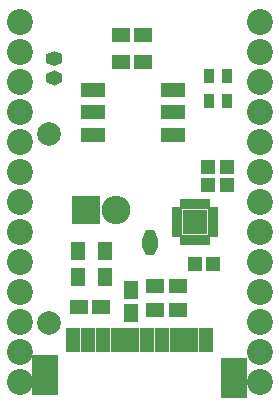
<source format=gts>
G04 #@! TF.FileFunction,Soldermask,Top*
%FSLAX46Y46*%
G04 Gerber Fmt 4.6, Leading zero omitted, Abs format (unit mm)*
G04 Created by KiCad (PCBNEW 4.0.0-rc2-stable) date 8/12/2015 5:56:54 PM*
%MOMM*%
G01*
G04 APERTURE LIST*
%ADD10C,0.100000*%
%ADD11C,0.381000*%
%ADD12R,1.200000X2.000000*%
%ADD13R,2.300000X3.400000*%
%ADD14R,1.600000X1.150000*%
%ADD15R,1.150000X1.600000*%
%ADD16R,1.400000X0.900000*%
%ADD17R,1.300000X1.600000*%
%ADD18R,0.950000X0.600000*%
%ADD19R,0.600000X0.950000*%
%ADD20R,1.275000X1.200000*%
%ADD21R,2.100000X1.300000*%
%ADD22R,1.150000X1.200000*%
%ADD23R,1.200000X1.150000*%
%ADD24R,0.900000X1.300000*%
%ADD25C,2.200000*%
%ADD26C,2.000000*%
%ADD27R,2.432000X2.432000*%
%ADD28O,2.432000X2.432000*%
G04 APERTURE END LIST*
D10*
D11*
X186588400Y-122574000D02*
X187299600Y-122574000D01*
X186588400Y-121774000D02*
X187299600Y-121774000D01*
X178816000Y-106908600D02*
X178816000Y-106197400D01*
X178816000Y-108559600D02*
X178816000Y-107848400D01*
D12*
X180430000Y-130424600D03*
X181680000Y-130424600D03*
X182930000Y-130424600D03*
X184180000Y-130424600D03*
X185430000Y-130424600D03*
X186680000Y-130424600D03*
X187930000Y-130424600D03*
X189180000Y-130424600D03*
X190430000Y-130424600D03*
X191680000Y-130424600D03*
D13*
X178054000Y-133324600D03*
X194030600Y-133629400D03*
D14*
X187391000Y-127889000D03*
X189291000Y-127889000D03*
X187391000Y-125857000D03*
X189291000Y-125857000D03*
X180914000Y-127635000D03*
X182814000Y-127635000D03*
X186370000Y-104597200D03*
X184470000Y-104597200D03*
X186370000Y-106832400D03*
X184470000Y-106832400D03*
D15*
X185293000Y-128077000D03*
X185293000Y-126177000D03*
D10*
G36*
X186592210Y-123225790D02*
X186292490Y-122522210D01*
X187595510Y-122522210D01*
X187295790Y-123225790D01*
X186592210Y-123225790D01*
X186592210Y-123225790D01*
G37*
G36*
X186292490Y-121825790D02*
X186592210Y-121122210D01*
X187295790Y-121122210D01*
X187595510Y-121825790D01*
X186292490Y-121825790D01*
X186292490Y-121825790D01*
G37*
D16*
X186944000Y-122174000D03*
D10*
G36*
X179472590Y-106904790D02*
X178769010Y-107204510D01*
X178769010Y-105901490D01*
X179472590Y-106201210D01*
X179472590Y-106904790D01*
X179472590Y-106904790D01*
G37*
G36*
X178862990Y-107204510D02*
X178159410Y-106904790D01*
X178159410Y-106201210D01*
X178862990Y-105901490D01*
X178862990Y-107204510D01*
X178862990Y-107204510D01*
G37*
G36*
X179472590Y-108555790D02*
X178769010Y-108855510D01*
X178769010Y-107552490D01*
X179472590Y-107852210D01*
X179472590Y-108555790D01*
X179472590Y-108555790D01*
G37*
G36*
X178862990Y-108855510D02*
X178159410Y-108555790D01*
X178159410Y-107852210D01*
X178862990Y-107552490D01*
X178862990Y-108855510D01*
X178862990Y-108855510D01*
G37*
D17*
X183159400Y-122877400D03*
X183159400Y-125077400D03*
D18*
X189254000Y-119396000D03*
X189254000Y-119796000D03*
X189254000Y-120196000D03*
X189254000Y-120596000D03*
X189254000Y-120996000D03*
X189254000Y-121396000D03*
D19*
X189754000Y-121896000D03*
X190154000Y-121896000D03*
X190554000Y-121896000D03*
X190954000Y-121896000D03*
X191354000Y-121896000D03*
X191754000Y-121896000D03*
D18*
X192254000Y-121396000D03*
X192254000Y-120996000D03*
X192254000Y-120596000D03*
X192254000Y-120196000D03*
X192254000Y-119796000D03*
X192254000Y-119396000D03*
D19*
X191754000Y-118896000D03*
X191354000Y-118896000D03*
X190954000Y-118896000D03*
X190554000Y-118896000D03*
X190154000Y-118896000D03*
X189754000Y-118896000D03*
D20*
X191189000Y-120796000D03*
X191189000Y-119996000D03*
X190319000Y-120796000D03*
X190319000Y-119996000D03*
D21*
X182118000Y-109220000D03*
X182118000Y-111120000D03*
X182118000Y-113020000D03*
X188918000Y-113020000D03*
X188918000Y-111120000D03*
X188918000Y-109220000D03*
D22*
X191884300Y-117272500D03*
X191884300Y-115772500D03*
X193446400Y-117247100D03*
X193446400Y-115747100D03*
D23*
X190766000Y-123952000D03*
X192266000Y-123952000D03*
D17*
X180873400Y-125077400D03*
X180873400Y-122877400D03*
D24*
X193434400Y-110185200D03*
X191934400Y-110185200D03*
X193409000Y-108077000D03*
X191909000Y-108077000D03*
D25*
X175895000Y-103505000D03*
X175895000Y-106045000D03*
X175895000Y-108585000D03*
X175895000Y-111125000D03*
X175895000Y-113665000D03*
X175895000Y-116205000D03*
X175895000Y-118745000D03*
X175895000Y-121285000D03*
X175895000Y-123825000D03*
X175895000Y-126365000D03*
X175895000Y-128905000D03*
X175895000Y-131445000D03*
X175895000Y-133985000D03*
X196215000Y-103505000D03*
X196215000Y-106045000D03*
X196215000Y-108585000D03*
X196215000Y-111125000D03*
X196215000Y-113665000D03*
X196215000Y-116205000D03*
X196215000Y-118745000D03*
X196215000Y-121285000D03*
X196215000Y-123825000D03*
X196215000Y-126365000D03*
X196215000Y-128905000D03*
X196215000Y-131445000D03*
X196215000Y-133985000D03*
D26*
X178371500Y-112929400D03*
X178371500Y-128929400D03*
D27*
X181483000Y-119380000D03*
D28*
X184023000Y-119380000D03*
M02*

</source>
